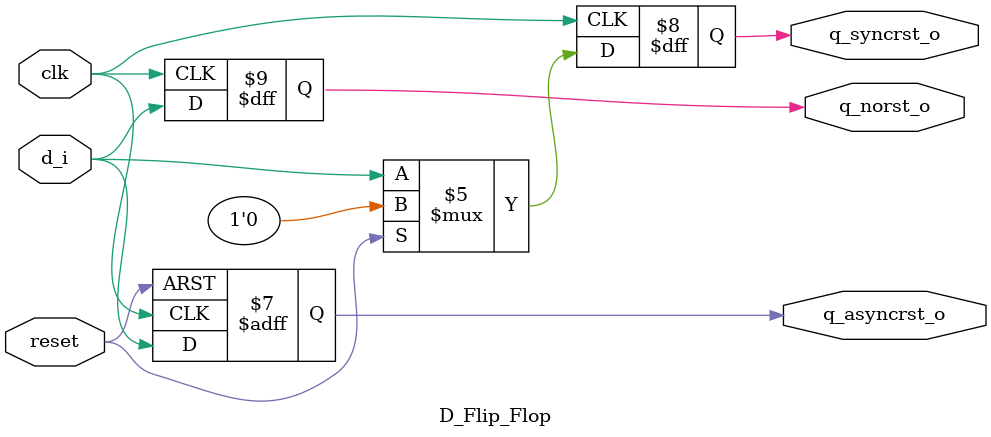
<source format=sv>

module D_Flip_Flop (
    input  logic clk,
    input  logic reset,
    input  logic d_i,          // D input to the flop
    output logic q_norst_o,    // Q output from non-resettable flop
    output logic q_syncrst_o,  // Q output from flop using synchronous reset
    output logic q_asyncrst_o  // Q output from flop using asynchronous reset
);

    // Non-resettable D Flip-Flop
    // Captures d_i on every rising edge of clock
    always_ff @(posedge clk) begin
        q_norst_o <= d_i;
    end

    // Synchronous Reset D Flip-Flop
    // Reset is checked at clock edge (synchronous with clock)
    // When reset is asserted, output goes to 0 on next clock edge
    always_ff @(posedge clk) begin
        if (reset) begin
            q_syncrst_o <= 1'b0;
        end else begin
            q_syncrst_o <= d_i;
        end
    end

    // Asynchronous Reset D Flip-Flop
    // Reset takes effect immediately (asynchronous, independent of clock)
    // When reset is asserted, output goes to 0 immediately
    always_ff @(posedge clk or posedge reset) begin
        if (reset) begin
            q_asyncrst_o <= 1'b0;
        end else begin
            q_asyncrst_o <= d_i;
        end
    end

endmodule
</source>
